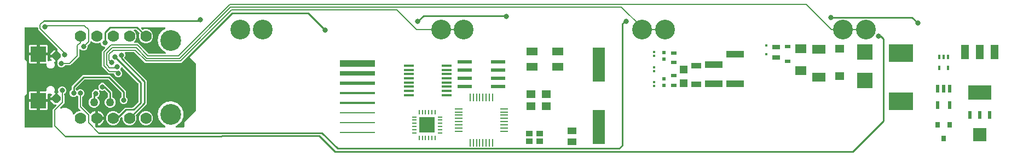
<source format=gbr>
G04 EAGLE Gerber RS-274X export*
G75*
%MOMM*%
%FSLAX34Y34*%
%LPD*%
%INBottom Copper*%
%IPPOS*%
%AMOC8*
5,1,8,0,0,1.08239X$1,22.5*%
G01*
%ADD10R,5.410200X1.041400*%
%ADD11R,5.410200X0.762000*%
%ADD12R,5.410200X0.609600*%
%ADD13R,5.410200X0.457200*%
%ADD14R,5.410200X0.304800*%
%ADD15R,5.410200X0.254000*%
%ADD16R,5.410200X0.203200*%
%ADD17R,5.410200X0.152400*%
%ADD18R,0.300000X0.300000*%
%ADD19R,0.600000X0.500000*%
%ADD20R,0.900000X0.600000*%
%ADD21R,1.300000X1.200000*%
%ADD22R,1.600000X0.900000*%
%ADD23R,2.800000X1.000000*%
%ADD24R,1.219200X2.235200*%
%ADD25R,3.600000X2.200000*%
%ADD26R,0.580000X1.200000*%
%ADD27R,2.000000X2.000000*%
%ADD28R,0.550000X1.200000*%
%ADD29R,0.800000X0.900000*%
%ADD30R,0.400000X0.750000*%
%ADD31R,1.800000X1.200000*%
%ADD32R,1.400000X1.200000*%
%ADD33R,1.050000X0.900000*%
%ADD34R,1.930400X5.334000*%
%ADD35R,1.400000X1.000000*%
%ADD36R,1.200000X0.800000*%
%ADD37R,0.350000X0.350000*%
%ADD38R,1.470000X1.270000*%
%ADD39R,2.400000X2.400000*%
%ADD40R,3.800000X2.800000*%
%ADD41R,2.100000X1.400000*%
%ADD42R,0.830000X0.630000*%
%ADD43R,1.800000X1.400000*%
%ADD44R,1.600000X0.350000*%
%ADD45R,2.209800X0.609600*%
%ADD46R,0.800000X0.250000*%
%ADD47R,0.250000X0.800000*%
%ADD48R,1.143000X0.254000*%
%ADD49R,0.254000X1.143000*%
%ADD50C,3.216000*%
%ADD51R,2.413000X2.413000*%
%ADD52P,1.415766X8X112.500000*%
%ADD53P,1.415766X8X292.500000*%
%ADD54C,1.270000*%
%ADD55C,1.778000*%
%ADD56C,0.800100*%
%ADD57C,0.806400*%
%ADD58C,0.254000*%
%ADD59C,0.203200*%
%ADD60C,3.048000*%

G36*
X45330Y49546D02*
X45330Y49546D01*
X45449Y49553D01*
X45487Y49566D01*
X45528Y49571D01*
X45638Y49614D01*
X45751Y49651D01*
X45786Y49673D01*
X45823Y49688D01*
X45919Y49758D01*
X46020Y49821D01*
X46048Y49851D01*
X46081Y49874D01*
X46157Y49966D01*
X46238Y50053D01*
X46258Y50088D01*
X46283Y50119D01*
X46334Y50227D01*
X46392Y50331D01*
X46402Y50371D01*
X46419Y50407D01*
X46441Y50524D01*
X46471Y50639D01*
X46475Y50700D01*
X46479Y50720D01*
X46477Y50740D01*
X46481Y50800D01*
X46481Y77463D01*
X48639Y79620D01*
X51771Y82753D01*
X51856Y82862D01*
X51945Y82969D01*
X51953Y82988D01*
X51966Y83004D01*
X52021Y83132D01*
X52080Y83257D01*
X52084Y83277D01*
X52092Y83296D01*
X52114Y83434D01*
X52140Y83570D01*
X52139Y83590D01*
X52142Y83610D01*
X52129Y83749D01*
X52120Y83887D01*
X52114Y83906D01*
X52112Y83926D01*
X52065Y84058D01*
X52022Y84189D01*
X52012Y84206D01*
X52005Y84226D01*
X51927Y84341D01*
X51852Y84458D01*
X51837Y84472D01*
X51826Y84489D01*
X51722Y84581D01*
X51621Y84676D01*
X51603Y84686D01*
X51588Y84699D01*
X51464Y84762D01*
X51342Y84830D01*
X51323Y84835D01*
X51304Y84844D01*
X51169Y84874D01*
X51034Y84909D01*
X51006Y84911D01*
X50994Y84914D01*
X50974Y84913D01*
X50873Y84919D01*
X48419Y84919D01*
X43099Y90239D01*
X43099Y92001D01*
X51450Y92001D01*
X51568Y92016D01*
X51687Y92023D01*
X51725Y92035D01*
X51765Y92041D01*
X51876Y92084D01*
X51989Y92121D01*
X52023Y92143D01*
X52061Y92158D01*
X52157Y92227D01*
X52258Y92291D01*
X52286Y92321D01*
X52318Y92344D01*
X52394Y92436D01*
X52476Y92523D01*
X52495Y92558D01*
X52521Y92589D01*
X52572Y92697D01*
X52629Y92801D01*
X52639Y92841D01*
X52657Y92877D01*
X52679Y92994D01*
X52709Y93109D01*
X52713Y93169D01*
X52716Y93189D01*
X52715Y93210D01*
X52719Y93270D01*
X52719Y93461D01*
X52910Y93461D01*
X53028Y93476D01*
X53147Y93483D01*
X53185Y93496D01*
X53226Y93501D01*
X53336Y93545D01*
X53449Y93581D01*
X53484Y93603D01*
X53521Y93618D01*
X53617Y93688D01*
X53718Y93751D01*
X53746Y93781D01*
X53779Y93805D01*
X53855Y93896D01*
X53936Y93983D01*
X53956Y94018D01*
X53981Y94050D01*
X54032Y94157D01*
X54090Y94262D01*
X54100Y94301D01*
X54117Y94337D01*
X54139Y94454D01*
X54169Y94570D01*
X54173Y94630D01*
X54177Y94650D01*
X54175Y94670D01*
X54179Y94730D01*
X54179Y103104D01*
X54193Y103107D01*
X54302Y103121D01*
X54349Y103139D01*
X54397Y103149D01*
X54496Y103197D01*
X54598Y103238D01*
X54638Y103267D01*
X54683Y103289D01*
X54767Y103360D01*
X54855Y103424D01*
X54887Y103463D01*
X54925Y103495D01*
X54988Y103585D01*
X55058Y103669D01*
X55079Y103714D01*
X55108Y103755D01*
X55147Y103858D01*
X55194Y103957D01*
X55203Y104006D01*
X55221Y104052D01*
X55233Y104162D01*
X55254Y104269D01*
X55250Y104319D01*
X55256Y104368D01*
X55241Y104477D01*
X55234Y104587D01*
X55219Y104634D01*
X55212Y104683D01*
X55160Y104836D01*
X54895Y105474D01*
X54895Y107886D01*
X55819Y110115D01*
X57525Y111821D01*
X59754Y112745D01*
X62166Y112745D01*
X64395Y111821D01*
X66101Y110115D01*
X67025Y107886D01*
X67025Y105474D01*
X66101Y103245D01*
X64380Y101524D01*
X64320Y101445D01*
X64252Y101373D01*
X64223Y101320D01*
X64186Y101272D01*
X64146Y101181D01*
X64098Y101095D01*
X64083Y101036D01*
X64059Y100981D01*
X64044Y100883D01*
X64019Y100787D01*
X64013Y100687D01*
X64009Y100666D01*
X64011Y100654D01*
X64009Y100626D01*
X64009Y100568D01*
X64021Y100470D01*
X64024Y100371D01*
X64041Y100313D01*
X64049Y100253D01*
X64085Y100160D01*
X64113Y100065D01*
X64143Y100013D01*
X64166Y99957D01*
X64224Y99877D01*
X64274Y99791D01*
X64340Y99716D01*
X64352Y99700D01*
X64362Y99692D01*
X64380Y99671D01*
X64817Y99234D01*
X64817Y87175D01*
X58302Y80660D01*
X58259Y80605D01*
X58209Y80557D01*
X58162Y80480D01*
X58107Y80409D01*
X58079Y80345D01*
X58043Y80285D01*
X58016Y80200D01*
X57980Y80117D01*
X57970Y80048D01*
X57949Y79981D01*
X57945Y79892D01*
X57931Y79803D01*
X57937Y79733D01*
X57934Y79664D01*
X57952Y79576D01*
X57960Y79486D01*
X57984Y79421D01*
X57998Y79352D01*
X58038Y79272D01*
X58068Y79187D01*
X58107Y79129D01*
X58138Y79067D01*
X58196Y78998D01*
X58247Y78924D01*
X58299Y78878D01*
X58344Y78825D01*
X58418Y78773D01*
X58485Y78713D01*
X58547Y78682D01*
X58604Y78642D01*
X58688Y78610D01*
X58768Y78569D01*
X58836Y78554D01*
X58902Y78529D01*
X58991Y78519D01*
X59079Y78499D01*
X59148Y78501D01*
X59218Y78494D01*
X59307Y78506D01*
X59396Y78509D01*
X59464Y78528D01*
X59533Y78538D01*
X59685Y78590D01*
X62077Y79581D01*
X67463Y79581D01*
X72440Y77519D01*
X76249Y73710D01*
X77619Y70402D01*
X77644Y70359D01*
X77661Y70312D01*
X77723Y70222D01*
X77777Y70126D01*
X77812Y70090D01*
X77839Y70049D01*
X77922Y69977D01*
X77998Y69898D01*
X78041Y69872D01*
X78078Y69839D01*
X78176Y69789D01*
X78269Y69731D01*
X78317Y69717D01*
X78361Y69694D01*
X78468Y69670D01*
X78573Y69638D01*
X78623Y69635D01*
X78671Y69625D01*
X78781Y69628D01*
X78891Y69623D01*
X78940Y69633D01*
X78989Y69634D01*
X79095Y69665D01*
X79202Y69687D01*
X79247Y69709D01*
X79295Y69723D01*
X79389Y69778D01*
X79488Y69827D01*
X79526Y69859D01*
X79569Y69884D01*
X79690Y69991D01*
X82713Y73014D01*
X86727Y74677D01*
X88127Y74677D01*
X88265Y74694D01*
X88404Y74707D01*
X88423Y74714D01*
X88443Y74717D01*
X88572Y74768D01*
X88703Y74815D01*
X88720Y74826D01*
X88739Y74834D01*
X88851Y74915D01*
X88966Y74993D01*
X88980Y75009D01*
X88996Y75020D01*
X89085Y75128D01*
X89177Y75232D01*
X89186Y75250D01*
X89199Y75265D01*
X89258Y75391D01*
X89321Y75515D01*
X89326Y75535D01*
X89334Y75553D01*
X89360Y75689D01*
X89391Y75825D01*
X89390Y75846D01*
X89394Y75865D01*
X89386Y76004D01*
X89381Y76143D01*
X89376Y76163D01*
X89374Y76183D01*
X89332Y76315D01*
X89293Y76449D01*
X89283Y76466D01*
X89276Y76485D01*
X89202Y76603D01*
X89131Y76723D01*
X89113Y76744D01*
X89106Y76754D01*
X89091Y76768D01*
X89025Y76843D01*
X85973Y79895D01*
X85973Y96450D01*
X85961Y96548D01*
X85958Y96647D01*
X85941Y96706D01*
X85933Y96766D01*
X85897Y96858D01*
X85869Y96953D01*
X85838Y97005D01*
X85816Y97061D01*
X85758Y97141D01*
X85708Y97227D01*
X85641Y97302D01*
X85629Y97319D01*
X85620Y97327D01*
X85601Y97348D01*
X84764Y98185D01*
X84670Y98258D01*
X84580Y98337D01*
X84544Y98355D01*
X84512Y98380D01*
X84403Y98428D01*
X84297Y98482D01*
X84258Y98491D01*
X84220Y98507D01*
X84103Y98525D01*
X83987Y98551D01*
X83946Y98550D01*
X83906Y98556D01*
X83788Y98545D01*
X83669Y98542D01*
X83630Y98530D01*
X83590Y98527D01*
X83478Y98486D01*
X83363Y98453D01*
X83329Y98433D01*
X83290Y98419D01*
X83192Y98352D01*
X83089Y98292D01*
X83044Y98252D01*
X83027Y98240D01*
X83014Y98225D01*
X82969Y98185D01*
X82158Y97374D01*
X79940Y96456D01*
X77540Y96456D01*
X75322Y97374D01*
X73625Y99071D01*
X72707Y101289D01*
X72707Y103689D01*
X73625Y105907D01*
X75066Y107347D01*
X75126Y107425D01*
X75194Y107497D01*
X75223Y107550D01*
X75260Y107598D01*
X75300Y107689D01*
X75348Y107776D01*
X75363Y107834D01*
X75387Y107890D01*
X75402Y107988D01*
X75427Y108084D01*
X75433Y108184D01*
X75437Y108204D01*
X75435Y108216D01*
X75437Y108244D01*
X75437Y113128D01*
X92612Y130303D01*
X134718Y130303D01*
X159513Y105508D01*
X159513Y97830D01*
X159525Y97732D01*
X159528Y97633D01*
X159545Y97575D01*
X159553Y97515D01*
X159589Y97423D01*
X159617Y97328D01*
X159647Y97275D01*
X159670Y97219D01*
X159728Y97139D01*
X159778Y97054D01*
X159844Y96978D01*
X159856Y96962D01*
X159866Y96954D01*
X159884Y96933D01*
X161325Y95493D01*
X162243Y93275D01*
X162243Y90875D01*
X161325Y88657D01*
X159628Y86960D01*
X157410Y86042D01*
X155010Y86042D01*
X152792Y86960D01*
X151095Y88657D01*
X150177Y90875D01*
X150177Y93275D01*
X151095Y95493D01*
X152536Y96933D01*
X152596Y97011D01*
X152664Y97083D01*
X152693Y97136D01*
X152730Y97184D01*
X152770Y97275D01*
X152818Y97362D01*
X152833Y97420D01*
X152857Y97476D01*
X152872Y97574D01*
X152897Y97670D01*
X152903Y97770D01*
X152907Y97790D01*
X152905Y97802D01*
X152907Y97830D01*
X152907Y102246D01*
X152895Y102344D01*
X152892Y102443D01*
X152875Y102502D01*
X152867Y102562D01*
X152831Y102654D01*
X152803Y102749D01*
X152773Y102801D01*
X152750Y102857D01*
X152692Y102937D01*
X152642Y103023D01*
X152576Y103098D01*
X152564Y103115D01*
X152554Y103123D01*
X152536Y103144D01*
X132354Y123326D01*
X132275Y123386D01*
X132203Y123454D01*
X132150Y123483D01*
X132102Y123520D01*
X132011Y123560D01*
X131925Y123608D01*
X131866Y123623D01*
X131811Y123647D01*
X131713Y123662D01*
X131617Y123687D01*
X131517Y123693D01*
X131496Y123697D01*
X131484Y123695D01*
X131456Y123697D01*
X95874Y123697D01*
X95776Y123685D01*
X95677Y123682D01*
X95618Y123665D01*
X95558Y123657D01*
X95466Y123621D01*
X95371Y123593D01*
X95319Y123563D01*
X95263Y123540D01*
X95183Y123482D01*
X95097Y123432D01*
X95022Y123366D01*
X95005Y123354D01*
X94997Y123344D01*
X94976Y123326D01*
X82414Y110764D01*
X82354Y110685D01*
X82286Y110613D01*
X82257Y110560D01*
X82220Y110512D01*
X82180Y110421D01*
X82132Y110335D01*
X82117Y110276D01*
X82093Y110221D01*
X82078Y110123D01*
X82053Y110027D01*
X82047Y109927D01*
X82043Y109906D01*
X82045Y109894D01*
X82043Y109866D01*
X82043Y108244D01*
X82055Y108146D01*
X82058Y108047D01*
X82075Y107989D01*
X82083Y107929D01*
X82119Y107837D01*
X82147Y107742D01*
X82177Y107689D01*
X82200Y107633D01*
X82258Y107553D01*
X82308Y107468D01*
X82374Y107392D01*
X82386Y107376D01*
X82396Y107368D01*
X82414Y107347D01*
X82954Y106808D01*
X83048Y106735D01*
X83137Y106656D01*
X83173Y106638D01*
X83205Y106613D01*
X83314Y106565D01*
X83420Y106511D01*
X83460Y106502D01*
X83497Y106486D01*
X83614Y106468D01*
X83730Y106442D01*
X83771Y106443D01*
X83811Y106437D01*
X83929Y106448D01*
X84048Y106451D01*
X84087Y106463D01*
X84127Y106466D01*
X84240Y106507D01*
X84354Y106540D01*
X84389Y106560D01*
X84427Y106574D01*
X84525Y106641D01*
X84628Y106701D01*
X84673Y106741D01*
X84690Y106753D01*
X84703Y106768D01*
X84749Y106808D01*
X85586Y107645D01*
X87815Y108569D01*
X90228Y108569D01*
X92457Y107645D01*
X94163Y105939D01*
X95086Y103710D01*
X95086Y101298D01*
X94163Y99069D01*
X92442Y97348D01*
X92382Y97269D01*
X92314Y97197D01*
X92284Y97144D01*
X92247Y97096D01*
X92208Y97005D01*
X92160Y96919D01*
X92145Y96860D01*
X92121Y96805D01*
X92105Y96707D01*
X92081Y96611D01*
X92074Y96511D01*
X92071Y96490D01*
X92072Y96478D01*
X92070Y96450D01*
X92070Y82947D01*
X92083Y82849D01*
X92086Y82750D01*
X92103Y82691D01*
X92110Y82631D01*
X92147Y82539D01*
X92174Y82444D01*
X92205Y82392D01*
X92227Y82336D01*
X92285Y82256D01*
X92336Y82170D01*
X92402Y82095D01*
X92414Y82078D01*
X92424Y82070D01*
X92442Y82049D01*
X103567Y70925D01*
X103614Y70888D01*
X103654Y70845D01*
X103739Y70791D01*
X103818Y70730D01*
X103873Y70706D01*
X103923Y70674D01*
X104018Y70643D01*
X104110Y70604D01*
X104169Y70594D01*
X104225Y70576D01*
X104325Y70570D01*
X104424Y70554D01*
X104483Y70559D01*
X104543Y70556D01*
X104641Y70574D01*
X104740Y70584D01*
X104797Y70604D01*
X104855Y70615D01*
X104945Y70657D01*
X105040Y70691D01*
X105089Y70725D01*
X105143Y70750D01*
X105220Y70814D01*
X105303Y70870D01*
X105342Y70915D01*
X105388Y70952D01*
X105491Y71076D01*
X105581Y71201D01*
X106853Y72473D01*
X108309Y73531D01*
X109912Y74347D01*
X111623Y74903D01*
X111801Y74931D01*
X111801Y64984D01*
X111816Y64866D01*
X111823Y64747D01*
X111835Y64709D01*
X111841Y64669D01*
X111884Y64558D01*
X111921Y64445D01*
X111943Y64411D01*
X111958Y64373D01*
X112027Y64277D01*
X112091Y64176D01*
X112121Y64148D01*
X112144Y64116D01*
X112236Y64040D01*
X112323Y63958D01*
X112358Y63939D01*
X112389Y63913D01*
X112497Y63862D01*
X112601Y63805D01*
X112641Y63795D01*
X112677Y63777D01*
X112784Y63757D01*
X112754Y63753D01*
X112644Y63709D01*
X112531Y63673D01*
X112496Y63651D01*
X112459Y63636D01*
X112362Y63566D01*
X112262Y63503D01*
X112234Y63473D01*
X112201Y63449D01*
X112125Y63358D01*
X112044Y63271D01*
X112024Y63236D01*
X111999Y63204D01*
X111948Y63097D01*
X111890Y62992D01*
X111880Y62953D01*
X111863Y62917D01*
X111841Y62800D01*
X111811Y62684D01*
X111807Y62624D01*
X111803Y62604D01*
X111805Y62584D01*
X111801Y62524D01*
X111801Y51787D01*
X111813Y51688D01*
X111816Y51589D01*
X111833Y51531D01*
X111841Y51471D01*
X111877Y51379D01*
X111905Y51284D01*
X111935Y51232D01*
X111958Y51175D01*
X112016Y51095D01*
X112066Y51010D01*
X112132Y50935D01*
X112144Y50918D01*
X112154Y50910D01*
X112172Y50889D01*
X113159Y49903D01*
X113237Y49842D01*
X113309Y49774D01*
X113362Y49745D01*
X113410Y49708D01*
X113501Y49668D01*
X113588Y49620D01*
X113646Y49605D01*
X113702Y49581D01*
X113800Y49566D01*
X113896Y49541D01*
X113996Y49535D01*
X114016Y49531D01*
X114029Y49533D01*
X114057Y49531D01*
X219672Y49531D01*
X219817Y49549D01*
X219962Y49564D01*
X219974Y49569D01*
X219988Y49571D01*
X220123Y49624D01*
X220260Y49675D01*
X220271Y49683D01*
X220283Y49688D01*
X220401Y49773D01*
X220521Y49856D01*
X220530Y49867D01*
X220541Y49874D01*
X220634Y49987D01*
X220729Y50097D01*
X220735Y50109D01*
X220744Y50119D01*
X220805Y50251D01*
X220871Y50382D01*
X220873Y50395D01*
X220879Y50407D01*
X220906Y50549D01*
X220937Y50693D01*
X220936Y50706D01*
X220939Y50720D01*
X220930Y50864D01*
X220924Y51010D01*
X220920Y51023D01*
X220919Y51037D01*
X220874Y51175D01*
X220832Y51315D01*
X220825Y51327D01*
X220821Y51339D01*
X220743Y51462D01*
X220668Y51587D01*
X220658Y51597D01*
X220651Y51608D01*
X220545Y51708D01*
X220441Y51810D01*
X220426Y51820D01*
X220419Y51826D01*
X220404Y51834D01*
X220307Y51899D01*
X215129Y54889D01*
X210208Y61661D01*
X208468Y69850D01*
X210208Y78039D01*
X215129Y84811D01*
X222379Y88997D01*
X230704Y89872D01*
X238666Y87285D01*
X244887Y81684D01*
X248292Y74036D01*
X248292Y65664D01*
X244887Y58016D01*
X238666Y52415D01*
X237411Y52007D01*
X237303Y51956D01*
X237192Y51912D01*
X237160Y51889D01*
X237124Y51872D01*
X237032Y51796D01*
X236935Y51726D01*
X236909Y51695D01*
X236879Y51669D01*
X236809Y51573D01*
X236732Y51481D01*
X236715Y51444D01*
X236692Y51412D01*
X236648Y51301D01*
X236597Y51193D01*
X236589Y51153D01*
X236574Y51116D01*
X236559Y50998D01*
X236537Y50881D01*
X236539Y50841D01*
X236534Y50801D01*
X236549Y50682D01*
X236557Y50563D01*
X236569Y50525D01*
X236574Y50485D01*
X236618Y50374D01*
X236655Y50261D01*
X236676Y50227D01*
X236691Y50189D01*
X236761Y50093D01*
X236825Y49992D01*
X236854Y49964D01*
X236878Y49932D01*
X236969Y49856D01*
X237056Y49774D01*
X237092Y49755D01*
X237122Y49729D01*
X237230Y49678D01*
X237335Y49620D01*
X237374Y49610D01*
X237410Y49593D01*
X237528Y49571D01*
X237643Y49541D01*
X237702Y49537D01*
X237722Y49533D01*
X237743Y49535D01*
X237804Y49531D01*
X248920Y49531D01*
X249038Y49546D01*
X249157Y49553D01*
X249195Y49566D01*
X249236Y49571D01*
X249346Y49614D01*
X249459Y49651D01*
X249494Y49673D01*
X249531Y49688D01*
X249627Y49758D01*
X249728Y49821D01*
X249756Y49851D01*
X249789Y49874D01*
X249865Y49966D01*
X249946Y50053D01*
X249966Y50088D01*
X249991Y50119D01*
X250042Y50227D01*
X250100Y50331D01*
X250110Y50371D01*
X250127Y50407D01*
X250149Y50524D01*
X250179Y50639D01*
X250183Y50700D01*
X250187Y50720D01*
X250185Y50740D01*
X250189Y50800D01*
X250189Y57894D01*
X267598Y75303D01*
X267658Y75381D01*
X267726Y75453D01*
X267751Y75498D01*
X267756Y75504D01*
X267760Y75512D01*
X267792Y75554D01*
X267832Y75645D01*
X267880Y75731D01*
X267895Y75790D01*
X267919Y75846D01*
X267934Y75944D01*
X267959Y76039D01*
X267965Y76139D01*
X267969Y76160D01*
X267967Y76172D01*
X267969Y76200D01*
X267969Y147320D01*
X267957Y147418D01*
X267954Y147517D01*
X267937Y147575D01*
X267929Y147636D01*
X267893Y147728D01*
X267865Y147823D01*
X267835Y147875D01*
X267812Y147931D01*
X267754Y148011D01*
X267704Y148097D01*
X267638Y148172D01*
X267626Y148189D01*
X267616Y148196D01*
X267598Y148218D01*
X256713Y159102D01*
X256619Y159175D01*
X256530Y159254D01*
X256494Y159272D01*
X256462Y159297D01*
X256352Y159344D01*
X256247Y159398D01*
X256207Y159407D01*
X256170Y159423D01*
X256052Y159442D01*
X255936Y159468D01*
X255896Y159467D01*
X255856Y159473D01*
X255737Y159462D01*
X255618Y159458D01*
X255580Y159447D01*
X255539Y159443D01*
X255427Y159403D01*
X255313Y159370D01*
X255278Y159349D01*
X255240Y159336D01*
X255141Y159269D01*
X255039Y159208D01*
X254994Y159169D01*
X254977Y159157D01*
X254963Y159142D01*
X254918Y159102D01*
X245168Y149351D01*
X189237Y149351D01*
X173035Y165553D01*
X172957Y165614D01*
X172885Y165682D01*
X172832Y165711D01*
X172784Y165748D01*
X172693Y165787D01*
X172607Y165835D01*
X172548Y165850D01*
X172492Y165874D01*
X172394Y165890D01*
X172299Y165915D01*
X172199Y165921D01*
X172178Y165924D01*
X172166Y165923D01*
X172138Y165925D01*
X158910Y165925D01*
X158861Y165919D01*
X158811Y165921D01*
X158704Y165899D01*
X158595Y165885D01*
X158548Y165867D01*
X158500Y165857D01*
X158401Y165808D01*
X158299Y165768D01*
X158259Y165739D01*
X158214Y165717D01*
X158130Y165646D01*
X158042Y165581D01*
X158010Y165543D01*
X157972Y165511D01*
X157909Y165421D01*
X157839Y165336D01*
X157818Y165291D01*
X157789Y165250D01*
X157750Y165148D01*
X157703Y165048D01*
X157694Y165000D01*
X157676Y164953D01*
X157664Y164844D01*
X157643Y164736D01*
X157646Y164687D01*
X157641Y164637D01*
X157656Y164528D01*
X157663Y164419D01*
X157678Y164371D01*
X157685Y164322D01*
X157737Y164170D01*
X158433Y162490D01*
X158433Y160090D01*
X157424Y157654D01*
X157380Y157568D01*
X157371Y157529D01*
X157356Y157492D01*
X157337Y157374D01*
X157311Y157257D01*
X157312Y157218D01*
X157305Y157178D01*
X157317Y157059D01*
X157320Y156940D01*
X157331Y156901D01*
X157335Y156862D01*
X157375Y156749D01*
X157409Y156634D01*
X157429Y156600D01*
X157442Y156562D01*
X157509Y156463D01*
X157570Y156360D01*
X157609Y156316D01*
X157621Y156299D01*
X157636Y156285D01*
X157677Y156239D01*
X191898Y122018D01*
X191898Y85881D01*
X175428Y69411D01*
X175409Y69388D01*
X175387Y69368D01*
X175312Y69262D01*
X175233Y69160D01*
X175221Y69133D01*
X175204Y69108D01*
X175158Y68987D01*
X175106Y68868D01*
X175102Y68839D01*
X175091Y68811D01*
X175077Y68682D01*
X175056Y68554D01*
X175059Y68524D01*
X175056Y68495D01*
X175074Y68367D01*
X175086Y68237D01*
X175096Y68209D01*
X175100Y68180D01*
X175152Y68028D01*
X176023Y65927D01*
X176023Y61581D01*
X174360Y57567D01*
X171287Y54494D01*
X167273Y52831D01*
X162927Y52831D01*
X158913Y54494D01*
X155840Y57567D01*
X154177Y61581D01*
X154177Y64146D01*
X154160Y64284D01*
X154147Y64423D01*
X154140Y64442D01*
X154137Y64462D01*
X154086Y64591D01*
X154039Y64722D01*
X154028Y64739D01*
X154020Y64757D01*
X153939Y64870D01*
X153861Y64985D01*
X153845Y64998D01*
X153834Y65015D01*
X153726Y65104D01*
X153622Y65196D01*
X153604Y65205D01*
X153589Y65218D01*
X153463Y65277D01*
X153339Y65340D01*
X153319Y65345D01*
X153301Y65353D01*
X153164Y65379D01*
X153029Y65410D01*
X153008Y65409D01*
X152989Y65413D01*
X152850Y65404D01*
X152711Y65400D01*
X152691Y65394D01*
X152671Y65393D01*
X152539Y65350D01*
X152405Y65312D01*
X152388Y65301D01*
X152369Y65295D01*
X152251Y65221D01*
X152131Y65150D01*
X152110Y65132D01*
X152100Y65125D01*
X152086Y65110D01*
X152011Y65044D01*
X150994Y64028D01*
X150934Y63950D01*
X150866Y63877D01*
X150837Y63824D01*
X150800Y63776D01*
X150760Y63686D01*
X150712Y63599D01*
X150697Y63540D01*
X150673Y63485D01*
X150658Y63387D01*
X150633Y63291D01*
X150627Y63191D01*
X150623Y63170D01*
X150625Y63158D01*
X150623Y63130D01*
X150623Y61581D01*
X148960Y57567D01*
X145887Y54494D01*
X141873Y52831D01*
X137527Y52831D01*
X133513Y54494D01*
X130440Y57567D01*
X128777Y61581D01*
X128777Y65927D01*
X130440Y69941D01*
X133513Y73014D01*
X137527Y74677D01*
X141873Y74677D01*
X145887Y73014D01*
X147366Y71535D01*
X147460Y71462D01*
X147549Y71384D01*
X147585Y71365D01*
X147617Y71340D01*
X147726Y71293D01*
X147832Y71239D01*
X147872Y71230D01*
X147909Y71214D01*
X148027Y71195D01*
X148142Y71169D01*
X148183Y71171D01*
X148223Y71164D01*
X148341Y71175D01*
X148460Y71179D01*
X148499Y71190D01*
X148539Y71194D01*
X148652Y71234D01*
X148766Y71267D01*
X148801Y71288D01*
X148839Y71302D01*
X148937Y71369D01*
X149040Y71429D01*
X149085Y71469D01*
X149102Y71480D01*
X149115Y71496D01*
X149161Y71535D01*
X157890Y80265D01*
X169948Y80265D01*
X170046Y80277D01*
X170145Y80280D01*
X170204Y80297D01*
X170264Y80305D01*
X170356Y80341D01*
X170451Y80369D01*
X170503Y80399D01*
X170559Y80422D01*
X170640Y80480D01*
X170725Y80530D01*
X170800Y80596D01*
X170817Y80608D01*
X170825Y80618D01*
X170846Y80636D01*
X178571Y88361D01*
X178631Y88440D01*
X178699Y88512D01*
X178728Y88565D01*
X178765Y88613D01*
X178805Y88704D01*
X178853Y88790D01*
X178868Y88849D01*
X178892Y88904D01*
X178907Y89002D01*
X178932Y89098D01*
X178938Y89198D01*
X178942Y89219D01*
X178940Y89231D01*
X178942Y89259D01*
X178942Y116851D01*
X178930Y116949D01*
X178927Y117048D01*
X178910Y117107D01*
X178902Y117167D01*
X178866Y117259D01*
X178838Y117354D01*
X178808Y117406D01*
X178785Y117462D01*
X178727Y117542D01*
X178677Y117628D01*
X178611Y117703D01*
X178599Y117720D01*
X178589Y117728D01*
X178571Y117749D01*
X154300Y142019D01*
X154261Y142049D01*
X154228Y142086D01*
X154136Y142146D01*
X154049Y142214D01*
X154004Y142233D01*
X153962Y142261D01*
X153858Y142296D01*
X153757Y142340D01*
X153708Y142348D01*
X153661Y142364D01*
X153552Y142373D01*
X153443Y142390D01*
X153394Y142385D01*
X153344Y142389D01*
X153236Y142370D01*
X153127Y142360D01*
X153080Y142343D01*
X153031Y142335D01*
X152931Y142290D01*
X152827Y142252D01*
X152786Y142225D01*
X152741Y142204D01*
X152655Y142136D01*
X152564Y142074D01*
X152531Y142037D01*
X152493Y142006D01*
X152426Y141918D01*
X152354Y141835D01*
X152331Y141791D01*
X152301Y141752D01*
X152230Y141607D01*
X151477Y139789D01*
X151291Y139603D01*
X151218Y139509D01*
X151140Y139420D01*
X151121Y139384D01*
X151096Y139352D01*
X151049Y139242D01*
X150995Y139137D01*
X150986Y139097D01*
X150970Y139060D01*
X150951Y138942D01*
X150925Y138826D01*
X150927Y138786D01*
X150920Y138746D01*
X150931Y138627D01*
X150935Y138508D01*
X150946Y138470D01*
X150950Y138429D01*
X150990Y138317D01*
X151023Y138203D01*
X151044Y138168D01*
X151058Y138130D01*
X151125Y138031D01*
X151185Y137929D01*
X151225Y137884D01*
X151236Y137867D01*
X151251Y137853D01*
X151291Y137808D01*
X152535Y136564D01*
X153459Y134335D01*
X153459Y131922D01*
X152535Y129693D01*
X150829Y127987D01*
X148600Y127064D01*
X146188Y127064D01*
X143959Y127987D01*
X142253Y129693D01*
X141313Y131961D01*
X141307Y132064D01*
X141294Y132102D01*
X141289Y132142D01*
X141246Y132253D01*
X141209Y132366D01*
X141187Y132400D01*
X141172Y132438D01*
X141103Y132534D01*
X141039Y132635D01*
X141009Y132663D01*
X140986Y132695D01*
X140894Y132771D01*
X140807Y132853D01*
X140772Y132872D01*
X140741Y132898D01*
X140633Y132949D01*
X140529Y133006D01*
X140489Y133016D01*
X140453Y133034D01*
X140336Y133056D01*
X140221Y133086D01*
X140161Y133090D01*
X140141Y133093D01*
X140120Y133092D01*
X140060Y133096D01*
X133346Y133096D01*
X122459Y143983D01*
X122459Y167476D01*
X124617Y169633D01*
X127124Y172140D01*
X127209Y172250D01*
X127298Y172357D01*
X127306Y172375D01*
X127319Y172391D01*
X127374Y172519D01*
X127433Y172645D01*
X127437Y172664D01*
X127445Y172683D01*
X127467Y172821D01*
X127493Y172957D01*
X127492Y172977D01*
X127495Y172997D01*
X127482Y173136D01*
X127473Y173274D01*
X127467Y173294D01*
X127465Y173314D01*
X127418Y173445D01*
X127375Y173577D01*
X127364Y173594D01*
X127357Y173613D01*
X127279Y173728D01*
X127205Y173846D01*
X127190Y173860D01*
X127179Y173876D01*
X127075Y173968D01*
X126973Y174064D01*
X126956Y174073D01*
X126940Y174087D01*
X126816Y174150D01*
X126695Y174217D01*
X126675Y174222D01*
X126657Y174231D01*
X126521Y174262D01*
X126387Y174297D01*
X126359Y174298D01*
X126347Y174301D01*
X126326Y174300D01*
X126226Y174307D01*
X125800Y174307D01*
X123582Y175225D01*
X121885Y176922D01*
X120967Y179140D01*
X120967Y179539D01*
X120961Y179589D01*
X120963Y179638D01*
X120941Y179746D01*
X120927Y179855D01*
X120909Y179901D01*
X120899Y179950D01*
X120850Y180048D01*
X120810Y180150D01*
X120781Y180191D01*
X120759Y180235D01*
X120688Y180319D01*
X120623Y180408D01*
X120585Y180440D01*
X120553Y180477D01*
X120463Y180540D01*
X120378Y180611D01*
X120333Y180632D01*
X120292Y180660D01*
X120190Y180699D01*
X120090Y180746D01*
X120042Y180755D01*
X119995Y180773D01*
X119886Y180785D01*
X119778Y180806D01*
X119729Y180803D01*
X119679Y180808D01*
X119570Y180793D01*
X119461Y180786D01*
X119413Y180771D01*
X119364Y180764D01*
X119212Y180712D01*
X116473Y179577D01*
X112127Y179577D01*
X108113Y181240D01*
X106815Y182537D01*
X106706Y182623D01*
X106599Y182711D01*
X106580Y182720D01*
X106564Y182732D01*
X106437Y182788D01*
X106311Y182847D01*
X106291Y182851D01*
X106272Y182859D01*
X106134Y182881D01*
X105998Y182907D01*
X105978Y182905D01*
X105958Y182909D01*
X105819Y182896D01*
X105681Y182887D01*
X105662Y182881D01*
X105642Y182879D01*
X105510Y182832D01*
X105379Y182789D01*
X105361Y182778D01*
X105342Y182771D01*
X105227Y182693D01*
X105110Y182619D01*
X105096Y182604D01*
X105079Y182593D01*
X104987Y182488D01*
X104892Y182387D01*
X104882Y182369D01*
X104869Y182354D01*
X104805Y182230D01*
X104738Y182109D01*
X104733Y182089D01*
X104724Y182071D01*
X104694Y181935D01*
X104659Y181801D01*
X104657Y181773D01*
X104654Y181761D01*
X104655Y181740D01*
X104649Y181640D01*
X104649Y180982D01*
X100385Y176718D01*
X100324Y176640D01*
X100256Y176568D01*
X100227Y176515D01*
X100190Y176467D01*
X100151Y176376D01*
X100103Y176290D01*
X100088Y176231D01*
X100064Y176175D01*
X100048Y176077D01*
X100023Y175982D01*
X100017Y175882D01*
X100014Y175861D01*
X100015Y175849D01*
X100013Y175821D01*
X100013Y173425D01*
X99095Y171207D01*
X97398Y169510D01*
X95180Y168592D01*
X92780Y168592D01*
X90562Y169510D01*
X89607Y170466D01*
X89498Y170551D01*
X89390Y170640D01*
X89372Y170648D01*
X89356Y170661D01*
X89228Y170716D01*
X89102Y170775D01*
X89083Y170779D01*
X89064Y170787D01*
X88926Y170809D01*
X88790Y170835D01*
X88770Y170834D01*
X88750Y170837D01*
X88611Y170824D01*
X88473Y170815D01*
X88453Y170809D01*
X88433Y170807D01*
X88302Y170760D01*
X88170Y170717D01*
X88153Y170706D01*
X88134Y170699D01*
X88019Y170621D01*
X87901Y170547D01*
X87887Y170532D01*
X87871Y170521D01*
X87779Y170417D01*
X87683Y170315D01*
X87674Y170298D01*
X87660Y170282D01*
X87597Y170159D01*
X87530Y170037D01*
X87525Y170017D01*
X87516Y169999D01*
X87485Y169863D01*
X87450Y169729D01*
X87449Y169701D01*
X87446Y169689D01*
X87447Y169668D01*
X87440Y169568D01*
X87440Y159329D01*
X85283Y157171D01*
X75810Y147699D01*
X73653Y145541D01*
X65744Y145541D01*
X65646Y145529D01*
X65547Y145526D01*
X65488Y145509D01*
X65428Y145501D01*
X65336Y145465D01*
X65241Y145437D01*
X65189Y145407D01*
X65133Y145384D01*
X65053Y145326D01*
X64967Y145276D01*
X64892Y145210D01*
X64875Y145198D01*
X64868Y145188D01*
X64846Y145170D01*
X63125Y143449D01*
X60896Y142525D01*
X58484Y142525D01*
X56255Y143449D01*
X54549Y145155D01*
X53625Y147384D01*
X53625Y149796D01*
X54083Y150901D01*
X54085Y150910D01*
X54090Y150918D01*
X54127Y151063D01*
X54167Y151207D01*
X54167Y151217D01*
X54169Y151226D01*
X54179Y151386D01*
X54179Y159270D01*
X54164Y159388D01*
X54157Y159507D01*
X54144Y159545D01*
X54139Y159585D01*
X54096Y159696D01*
X54059Y159809D01*
X54037Y159843D01*
X54022Y159881D01*
X53953Y159977D01*
X53942Y159994D01*
X53956Y160018D01*
X53981Y160050D01*
X54032Y160157D01*
X54090Y160262D01*
X54100Y160301D01*
X54117Y160337D01*
X54139Y160454D01*
X54169Y160570D01*
X54173Y160630D01*
X54177Y160650D01*
X54175Y160670D01*
X54179Y160730D01*
X54179Y170283D01*
X54167Y170381D01*
X54164Y170481D01*
X54147Y170539D01*
X54139Y170599D01*
X54103Y170691D01*
X54075Y170786D01*
X54045Y170838D01*
X54022Y170895D01*
X53964Y170975D01*
X53914Y171060D01*
X53848Y171135D01*
X53836Y171152D01*
X53826Y171160D01*
X53808Y171181D01*
X23812Y201177D01*
X23812Y203200D01*
X23797Y203318D01*
X23789Y203437D01*
X23777Y203475D01*
X23772Y203516D01*
X23728Y203626D01*
X23691Y203739D01*
X23670Y203774D01*
X23655Y203811D01*
X23585Y203907D01*
X23521Y204008D01*
X23492Y204036D01*
X23468Y204069D01*
X23376Y204145D01*
X23290Y204226D01*
X23254Y204246D01*
X23223Y204271D01*
X23115Y204322D01*
X23011Y204380D01*
X22972Y204390D01*
X22935Y204407D01*
X22819Y204429D01*
X22703Y204459D01*
X22643Y204463D01*
X22623Y204467D01*
X22603Y204465D01*
X22543Y204469D01*
X3810Y204469D01*
X3692Y204454D01*
X3573Y204447D01*
X3535Y204434D01*
X3494Y204429D01*
X3384Y204386D01*
X3271Y204349D01*
X3236Y204327D01*
X3199Y204312D01*
X3103Y204243D01*
X3002Y204179D01*
X2974Y204149D01*
X2941Y204126D01*
X2865Y204034D01*
X2784Y203947D01*
X2764Y203912D01*
X2739Y203881D01*
X2688Y203773D01*
X2630Y203669D01*
X2620Y203629D01*
X2603Y203593D01*
X2581Y203476D01*
X2551Y203361D01*
X2547Y203301D01*
X2543Y203281D01*
X2545Y203260D01*
X2541Y203200D01*
X2541Y156518D01*
X2553Y156420D01*
X2556Y156321D01*
X2573Y156263D01*
X2581Y156203D01*
X2617Y156111D01*
X2645Y156015D01*
X2675Y155963D01*
X2698Y155907D01*
X2756Y155827D01*
X2806Y155742D01*
X2872Y155666D01*
X2884Y155650D01*
X2894Y155642D01*
X2912Y155621D01*
X6351Y152182D01*
X6351Y101818D01*
X4491Y99958D01*
X2912Y98379D01*
X2852Y98301D01*
X2784Y98229D01*
X2755Y98176D01*
X2718Y98128D01*
X2678Y98037D01*
X2630Y97950D01*
X2615Y97892D01*
X2591Y97836D01*
X2576Y97738D01*
X2551Y97643D01*
X2545Y97542D01*
X2541Y97522D01*
X2543Y97510D01*
X2541Y97482D01*
X2541Y50800D01*
X2556Y50682D01*
X2563Y50563D01*
X2576Y50525D01*
X2581Y50484D01*
X2624Y50374D01*
X2661Y50261D01*
X2683Y50226D01*
X2698Y50189D01*
X2767Y50093D01*
X2831Y49992D01*
X2861Y49964D01*
X2884Y49931D01*
X2976Y49856D01*
X3063Y49774D01*
X3098Y49754D01*
X3129Y49729D01*
X3237Y49678D01*
X3341Y49620D01*
X3381Y49610D01*
X3417Y49593D01*
X3534Y49571D01*
X3649Y49541D01*
X3709Y49537D01*
X3729Y49533D01*
X3750Y49535D01*
X3810Y49531D01*
X45212Y49531D01*
X45330Y49546D01*
G37*
G36*
X220257Y163595D02*
X220257Y163595D01*
X220402Y163610D01*
X220414Y163615D01*
X220428Y163617D01*
X220563Y163670D01*
X220700Y163721D01*
X220711Y163729D01*
X220723Y163734D01*
X220841Y163819D01*
X220961Y163902D01*
X220970Y163912D01*
X220981Y163920D01*
X221074Y164033D01*
X221169Y164143D01*
X221175Y164155D01*
X221184Y164165D01*
X221245Y164296D01*
X221311Y164428D01*
X221313Y164441D01*
X221319Y164453D01*
X221346Y164595D01*
X221377Y164739D01*
X221376Y164752D01*
X221379Y164765D01*
X221370Y164910D01*
X221364Y165056D01*
X221360Y165069D01*
X221359Y165083D01*
X221314Y165221D01*
X221272Y165361D01*
X221265Y165373D01*
X221261Y165385D01*
X221183Y165509D01*
X221108Y165633D01*
X221098Y165643D01*
X221091Y165654D01*
X220984Y165754D01*
X220881Y165856D01*
X220865Y165866D01*
X220859Y165872D01*
X220844Y165880D01*
X220747Y165945D01*
X215129Y169189D01*
X210208Y175961D01*
X208468Y184150D01*
X210208Y192339D01*
X215129Y199111D01*
X220307Y202101D01*
X220423Y202189D01*
X220541Y202274D01*
X220549Y202285D01*
X220560Y202293D01*
X220651Y202407D01*
X220744Y202519D01*
X220749Y202532D01*
X220758Y202542D01*
X220817Y202676D01*
X220879Y202807D01*
X220882Y202820D01*
X220887Y202833D01*
X220912Y202977D01*
X220939Y203120D01*
X220938Y203133D01*
X220940Y203146D01*
X220928Y203292D01*
X220919Y203437D01*
X220915Y203450D01*
X220914Y203463D01*
X220866Y203601D01*
X220821Y203739D01*
X220814Y203751D01*
X220809Y203764D01*
X220729Y203885D01*
X220651Y204008D01*
X220641Y204017D01*
X220634Y204029D01*
X220525Y204126D01*
X220419Y204226D01*
X220407Y204233D01*
X220397Y204242D01*
X220269Y204309D01*
X220141Y204380D01*
X220128Y204383D01*
X220116Y204389D01*
X219974Y204423D01*
X219833Y204459D01*
X219815Y204460D01*
X219806Y204462D01*
X219789Y204462D01*
X219672Y204469D01*
X184266Y204469D01*
X184128Y204452D01*
X183989Y204439D01*
X183970Y204432D01*
X183950Y204429D01*
X183821Y204378D01*
X183690Y204331D01*
X183673Y204320D01*
X183655Y204312D01*
X183542Y204231D01*
X183427Y204153D01*
X183414Y204137D01*
X183397Y204126D01*
X183309Y204019D01*
X183217Y203914D01*
X183207Y203896D01*
X183194Y203881D01*
X183135Y203755D01*
X183072Y203631D01*
X183067Y203611D01*
X183059Y203593D01*
X183033Y203457D01*
X183002Y203321D01*
X183003Y203300D01*
X182999Y203281D01*
X183008Y203142D01*
X183012Y203003D01*
X183018Y202983D01*
X183019Y202963D01*
X183062Y202831D01*
X183100Y202697D01*
X183111Y202680D01*
X183117Y202661D01*
X183191Y202543D01*
X183262Y202423D01*
X183280Y202402D01*
X183287Y202392D01*
X183302Y202378D01*
X183368Y202303D01*
X184843Y200828D01*
X184867Y200809D01*
X184886Y200787D01*
X184992Y200712D01*
X185094Y200633D01*
X185121Y200621D01*
X185146Y200604D01*
X185267Y200558D01*
X185386Y200506D01*
X185415Y200502D01*
X185443Y200491D01*
X185572Y200477D01*
X185700Y200456D01*
X185730Y200459D01*
X185759Y200456D01*
X185888Y200474D01*
X186017Y200486D01*
X186045Y200496D01*
X186074Y200500D01*
X186226Y200552D01*
X188327Y201423D01*
X192673Y201423D01*
X196687Y199760D01*
X199760Y196687D01*
X201423Y192673D01*
X201423Y188327D01*
X199760Y184313D01*
X196687Y181240D01*
X192673Y179577D01*
X188327Y179577D01*
X184313Y181240D01*
X181240Y184313D01*
X179577Y188327D01*
X179577Y192673D01*
X180448Y194774D01*
X180455Y194802D01*
X180469Y194828D01*
X180497Y194955D01*
X180531Y195080D01*
X180532Y195110D01*
X180538Y195139D01*
X180534Y195268D01*
X180537Y195398D01*
X180530Y195427D01*
X180529Y195457D01*
X180493Y195581D01*
X180462Y195708D01*
X180449Y195734D01*
X180440Y195762D01*
X180375Y195874D01*
X180314Y195989D01*
X180294Y196011D01*
X180279Y196036D01*
X180172Y196157D01*
X175534Y200796D01*
X175455Y200856D01*
X175383Y200924D01*
X175330Y200953D01*
X175282Y200990D01*
X175191Y201030D01*
X175105Y201078D01*
X175046Y201093D01*
X174991Y201117D01*
X174893Y201132D01*
X174797Y201157D01*
X174697Y201163D01*
X174676Y201167D01*
X174664Y201165D01*
X174636Y201167D01*
X172944Y201167D01*
X172807Y201150D01*
X172668Y201137D01*
X172649Y201130D01*
X172628Y201127D01*
X172500Y201076D01*
X172368Y201029D01*
X172352Y201018D01*
X172333Y201010D01*
X172220Y200929D01*
X172105Y200851D01*
X172092Y200835D01*
X172075Y200824D01*
X171987Y200716D01*
X171895Y200612D01*
X171886Y200594D01*
X171873Y200579D01*
X171813Y200453D01*
X171750Y200329D01*
X171746Y200309D01*
X171737Y200291D01*
X171711Y200155D01*
X171681Y200019D01*
X171681Y199998D01*
X171677Y199979D01*
X171686Y199840D01*
X171690Y199701D01*
X171696Y199681D01*
X171697Y199661D01*
X171740Y199529D01*
X171779Y199395D01*
X171789Y199378D01*
X171795Y199359D01*
X171870Y199241D01*
X171940Y199121D01*
X171959Y199100D01*
X171965Y199090D01*
X171980Y199076D01*
X172047Y199001D01*
X174360Y196687D01*
X176023Y192673D01*
X176023Y188327D01*
X174360Y184313D01*
X172460Y182413D01*
X172375Y182303D01*
X172286Y182196D01*
X172277Y182178D01*
X172265Y182162D01*
X172210Y182034D01*
X172150Y181908D01*
X172147Y181888D01*
X172139Y181870D01*
X172117Y181732D01*
X172091Y181596D01*
X172092Y181576D01*
X172089Y181556D01*
X172102Y181417D01*
X172110Y181278D01*
X172117Y181259D01*
X172119Y181239D01*
X172166Y181108D01*
X172208Y180976D01*
X172219Y180959D01*
X172226Y180940D01*
X172304Y180825D01*
X172379Y180707D01*
X172393Y180693D01*
X172405Y180677D01*
X172509Y180585D01*
X172610Y180489D01*
X172628Y180480D01*
X172643Y180466D01*
X172767Y180403D01*
X172889Y180336D01*
X172908Y180331D01*
X172926Y180322D01*
X173062Y180291D01*
X173197Y180256D01*
X173225Y180255D01*
X173237Y180252D01*
X173257Y180252D01*
X173357Y180246D01*
X178460Y180246D01*
X194758Y163948D01*
X194836Y163888D01*
X194908Y163820D01*
X194961Y163791D01*
X195009Y163754D01*
X195100Y163714D01*
X195187Y163666D01*
X195245Y163651D01*
X195301Y163627D01*
X195399Y163612D01*
X195495Y163587D01*
X195595Y163581D01*
X195615Y163577D01*
X195627Y163579D01*
X195655Y163577D01*
X220112Y163577D01*
X220257Y163595D01*
G37*
%LPC*%
G36*
X108569Y79882D02*
X108569Y79882D01*
X105488Y81158D01*
X103129Y83517D01*
X101853Y86598D01*
X101853Y89932D01*
X103129Y93013D01*
X105488Y95372D01*
X106150Y95646D01*
X106175Y95660D01*
X106203Y95670D01*
X106313Y95739D01*
X106426Y95803D01*
X106447Y95824D01*
X106472Y95840D01*
X106561Y95935D01*
X106654Y96025D01*
X106670Y96050D01*
X106690Y96071D01*
X106753Y96185D01*
X106821Y96296D01*
X106829Y96324D01*
X106844Y96350D01*
X106876Y96476D01*
X106914Y96600D01*
X106916Y96629D01*
X106923Y96658D01*
X106933Y96818D01*
X106933Y102284D01*
X106946Y102314D01*
X106962Y102412D01*
X106987Y102508D01*
X106993Y102608D01*
X106996Y102628D01*
X106995Y102640D01*
X106997Y102668D01*
X106997Y103435D01*
X107915Y105653D01*
X109612Y107350D01*
X111830Y108268D01*
X114230Y108268D01*
X116395Y107371D01*
X116530Y107335D01*
X116662Y107294D01*
X116682Y107293D01*
X116702Y107287D01*
X116841Y107285D01*
X116980Y107279D01*
X117000Y107283D01*
X117020Y107282D01*
X117156Y107315D01*
X117291Y107343D01*
X117309Y107352D01*
X117329Y107357D01*
X117453Y107422D01*
X117577Y107483D01*
X117592Y107496D01*
X117610Y107505D01*
X117713Y107599D01*
X117819Y107689D01*
X117831Y107706D01*
X117846Y107719D01*
X117922Y107835D01*
X118002Y107949D01*
X118009Y107968D01*
X118020Y107985D01*
X118066Y108116D01*
X118115Y108246D01*
X118117Y108267D01*
X118124Y108286D01*
X118135Y108424D01*
X118150Y108562D01*
X118147Y108582D01*
X118149Y108603D01*
X118125Y108740D01*
X118106Y108877D01*
X118097Y108904D01*
X118095Y108916D01*
X118086Y108935D01*
X118054Y109030D01*
X117157Y111195D01*
X117157Y113595D01*
X118075Y115813D01*
X119772Y117510D01*
X121990Y118428D01*
X124390Y118428D01*
X126608Y117510D01*
X128305Y115813D01*
X128694Y114874D01*
X128698Y114866D01*
X128701Y114857D01*
X128777Y114727D01*
X128851Y114598D01*
X128857Y114591D01*
X128862Y114583D01*
X128969Y114462D01*
X138558Y104873D01*
X138558Y96818D01*
X138561Y96789D01*
X138559Y96760D01*
X138581Y96631D01*
X138598Y96503D01*
X138608Y96476D01*
X138613Y96446D01*
X138667Y96328D01*
X138715Y96207D01*
X138732Y96183D01*
X138744Y96156D01*
X138825Y96055D01*
X138901Y95950D01*
X138924Y95931D01*
X138943Y95908D01*
X139046Y95830D01*
X139146Y95747D01*
X139173Y95734D01*
X139197Y95717D01*
X139341Y95646D01*
X140003Y95372D01*
X142362Y93013D01*
X143638Y89932D01*
X143638Y86598D01*
X142362Y83517D01*
X140003Y81158D01*
X136922Y79882D01*
X133588Y79882D01*
X130507Y81158D01*
X128148Y83517D01*
X126872Y86598D01*
X126872Y89932D01*
X128148Y93013D01*
X130507Y95372D01*
X131169Y95646D01*
X131194Y95660D01*
X131222Y95670D01*
X131332Y95739D01*
X131445Y95803D01*
X131466Y95824D01*
X131491Y95840D01*
X131580Y95935D01*
X131673Y96025D01*
X131689Y96050D01*
X131709Y96071D01*
X131772Y96185D01*
X131840Y96296D01*
X131848Y96324D01*
X131863Y96350D01*
X131895Y96476D01*
X131933Y96600D01*
X131935Y96629D01*
X131942Y96658D01*
X131952Y96818D01*
X131952Y101611D01*
X131940Y101709D01*
X131937Y101808D01*
X131920Y101867D01*
X131912Y101927D01*
X131876Y102019D01*
X131848Y102114D01*
X131818Y102166D01*
X131795Y102222D01*
X131737Y102302D01*
X131687Y102388D01*
X131621Y102463D01*
X131609Y102480D01*
X131599Y102488D01*
X131581Y102509D01*
X127350Y106740D01*
X127326Y106758D01*
X127307Y106780D01*
X127201Y106855D01*
X127098Y106935D01*
X127071Y106946D01*
X127047Y106963D01*
X126926Y107009D01*
X126807Y107061D01*
X126777Y107065D01*
X126750Y107076D01*
X126621Y107090D01*
X126492Y107111D01*
X126463Y107108D01*
X126434Y107111D01*
X126305Y107093D01*
X126176Y107081D01*
X126148Y107071D01*
X126119Y107067D01*
X125966Y107015D01*
X124390Y106362D01*
X121990Y106362D01*
X119825Y107259D01*
X119690Y107295D01*
X119558Y107336D01*
X119538Y107337D01*
X119518Y107343D01*
X119379Y107345D01*
X119240Y107351D01*
X119220Y107347D01*
X119200Y107348D01*
X119064Y107315D01*
X118929Y107287D01*
X118911Y107278D01*
X118891Y107273D01*
X118767Y107208D01*
X118643Y107147D01*
X118628Y107134D01*
X118610Y107125D01*
X118507Y107031D01*
X118401Y106941D01*
X118389Y106924D01*
X118374Y106911D01*
X118298Y106794D01*
X118218Y106681D01*
X118211Y106662D01*
X118200Y106645D01*
X118154Y106514D01*
X118105Y106384D01*
X118103Y106363D01*
X118096Y106344D01*
X118085Y106206D01*
X118070Y106068D01*
X118073Y106048D01*
X118071Y106027D01*
X118095Y105890D01*
X118114Y105753D01*
X118123Y105726D01*
X118125Y105714D01*
X118134Y105695D01*
X118166Y105600D01*
X119063Y103435D01*
X119063Y101035D01*
X118145Y98817D01*
X116448Y97120D01*
X115931Y96907D01*
X115888Y96882D01*
X115841Y96865D01*
X115751Y96803D01*
X115655Y96749D01*
X115620Y96714D01*
X115578Y96686D01*
X115506Y96604D01*
X115427Y96528D01*
X115401Y96485D01*
X115368Y96448D01*
X115318Y96350D01*
X115260Y96257D01*
X115246Y96209D01*
X115223Y96165D01*
X115199Y96058D01*
X115167Y95953D01*
X115164Y95903D01*
X115154Y95855D01*
X115157Y95745D01*
X115152Y95635D01*
X115162Y95586D01*
X115163Y95537D01*
X115194Y95431D01*
X115216Y95324D01*
X115238Y95279D01*
X115252Y95231D01*
X115307Y95137D01*
X115356Y95038D01*
X115388Y95000D01*
X115413Y94957D01*
X115520Y94836D01*
X117343Y93013D01*
X118619Y89932D01*
X118619Y86598D01*
X117343Y83517D01*
X114984Y81158D01*
X111903Y79882D01*
X108569Y79882D01*
G37*
%LPD*%
%LPC*%
G36*
X188327Y52831D02*
X188327Y52831D01*
X184313Y54494D01*
X181240Y57567D01*
X179577Y61581D01*
X179577Y65927D01*
X181240Y69941D01*
X184313Y73014D01*
X188327Y74677D01*
X192673Y74677D01*
X196687Y73014D01*
X199760Y69941D01*
X201423Y65927D01*
X201423Y61581D01*
X199760Y57567D01*
X196687Y54494D01*
X192673Y52831D01*
X188327Y52831D01*
G37*
%LPD*%
%LPC*%
G36*
X26429Y93249D02*
X26429Y93249D01*
X26429Y105606D01*
X35870Y105606D01*
X35988Y105621D01*
X36107Y105628D01*
X36145Y105640D01*
X36186Y105646D01*
X36296Y105689D01*
X36409Y105726D01*
X36444Y105748D01*
X36481Y105763D01*
X36577Y105832D01*
X36678Y105896D01*
X36706Y105926D01*
X36739Y105949D01*
X36815Y106041D01*
X36896Y106128D01*
X36916Y106163D01*
X36941Y106194D01*
X36992Y106302D01*
X37050Y106406D01*
X37060Y106446D01*
X37077Y106482D01*
X37099Y106599D01*
X37129Y106714D01*
X37133Y106774D01*
X37137Y106794D01*
X37135Y106815D01*
X37139Y106875D01*
X37139Y108702D01*
X38059Y110922D01*
X39758Y112621D01*
X41978Y113541D01*
X44382Y113541D01*
X46602Y112621D01*
X48301Y110922D01*
X49221Y108702D01*
X49221Y106298D01*
X48615Y104836D01*
X48602Y104788D01*
X48581Y104743D01*
X48560Y104635D01*
X48531Y104529D01*
X48530Y104479D01*
X48521Y104430D01*
X48528Y104321D01*
X48526Y104211D01*
X48537Y104163D01*
X48541Y104113D01*
X48574Y104009D01*
X48600Y103902D01*
X48623Y103858D01*
X48639Y103811D01*
X48697Y103718D01*
X48749Y103621D01*
X48782Y103584D01*
X48809Y103542D01*
X48889Y103467D01*
X48963Y103385D01*
X49004Y103358D01*
X49040Y103324D01*
X49137Y103271D01*
X49228Y103211D01*
X49275Y103194D01*
X49319Y103170D01*
X49425Y103143D01*
X49529Y103107D01*
X49579Y103103D01*
X49627Y103091D01*
X49787Y103081D01*
X50181Y103081D01*
X50181Y95999D01*
X43099Y95999D01*
X43099Y97761D01*
X44630Y99293D01*
X44716Y99402D01*
X44804Y99509D01*
X44813Y99528D01*
X44825Y99544D01*
X44881Y99672D01*
X44940Y99797D01*
X44944Y99817D01*
X44952Y99836D01*
X44974Y99974D01*
X45000Y100110D01*
X44998Y100130D01*
X45002Y100150D01*
X44988Y100289D01*
X44980Y100427D01*
X44974Y100446D01*
X44972Y100466D01*
X44925Y100598D01*
X44882Y100729D01*
X44871Y100747D01*
X44864Y100766D01*
X44786Y100881D01*
X44712Y100998D01*
X44697Y101012D01*
X44686Y101029D01*
X44581Y101121D01*
X44480Y101216D01*
X44462Y101226D01*
X44447Y101239D01*
X44323Y101303D01*
X44202Y101370D01*
X44182Y101375D01*
X44164Y101384D01*
X44028Y101414D01*
X43894Y101449D01*
X43866Y101451D01*
X43854Y101454D01*
X43833Y101453D01*
X43733Y101459D01*
X41978Y101459D01*
X40541Y102055D01*
X40493Y102068D01*
X40448Y102089D01*
X40340Y102110D01*
X40234Y102139D01*
X40184Y102140D01*
X40135Y102149D01*
X40026Y102142D01*
X39916Y102144D01*
X39868Y102132D01*
X39818Y102129D01*
X39714Y102095D01*
X39607Y102070D01*
X39563Y102046D01*
X39516Y102031D01*
X39423Y101972D01*
X39326Y101921D01*
X39289Y101888D01*
X39247Y101861D01*
X39172Y101781D01*
X39090Y101707D01*
X39063Y101666D01*
X39029Y101629D01*
X38976Y101533D01*
X38916Y101441D01*
X38899Y101394D01*
X38875Y101351D01*
X38848Y101245D01*
X38812Y101140D01*
X38808Y101091D01*
X38796Y101043D01*
X38786Y100882D01*
X38786Y93249D01*
X26429Y93249D01*
G37*
%LPD*%
%LPC*%
G36*
X41978Y140459D02*
X41978Y140459D01*
X39758Y141379D01*
X38059Y143078D01*
X37139Y145298D01*
X37139Y147125D01*
X37124Y147243D01*
X37117Y147362D01*
X37104Y147400D01*
X37099Y147441D01*
X37056Y147551D01*
X37019Y147664D01*
X36997Y147699D01*
X36982Y147736D01*
X36913Y147832D01*
X36849Y147933D01*
X36819Y147961D01*
X36796Y147994D01*
X36704Y148070D01*
X36617Y148151D01*
X36582Y148171D01*
X36551Y148196D01*
X36443Y148247D01*
X36339Y148305D01*
X36299Y148315D01*
X36263Y148332D01*
X36146Y148354D01*
X36031Y148384D01*
X35971Y148388D01*
X35951Y148392D01*
X35930Y148390D01*
X35870Y148394D01*
X26429Y148394D01*
X26429Y160751D01*
X38786Y160751D01*
X38786Y153118D01*
X38792Y153068D01*
X38790Y153019D01*
X38812Y152911D01*
X38826Y152802D01*
X38844Y152756D01*
X38854Y152707D01*
X38902Y152609D01*
X38943Y152507D01*
X38972Y152466D01*
X38994Y152422D01*
X39065Y152338D01*
X39129Y152249D01*
X39168Y152218D01*
X39200Y152180D01*
X39290Y152117D01*
X39374Y152046D01*
X39419Y152025D01*
X39460Y151997D01*
X39563Y151958D01*
X39662Y151911D01*
X39711Y151902D01*
X39757Y151884D01*
X39867Y151872D01*
X39974Y151851D01*
X40024Y151854D01*
X40073Y151849D01*
X40182Y151864D01*
X40292Y151871D01*
X40339Y151886D01*
X40388Y151893D01*
X40541Y151945D01*
X41978Y152541D01*
X43733Y152541D01*
X43870Y152558D01*
X44009Y152571D01*
X44028Y152578D01*
X44048Y152581D01*
X44177Y152632D01*
X44309Y152679D01*
X44325Y152690D01*
X44344Y152698D01*
X44457Y152779D01*
X44572Y152857D01*
X44585Y152873D01*
X44602Y152884D01*
X44690Y152992D01*
X44782Y153096D01*
X44791Y153114D01*
X44804Y153129D01*
X44864Y153255D01*
X44927Y153379D01*
X44931Y153399D01*
X44940Y153417D01*
X44966Y153554D01*
X44996Y153689D01*
X44996Y153710D01*
X45000Y153729D01*
X44991Y153868D01*
X44987Y154007D01*
X44981Y154027D01*
X44980Y154047D01*
X44937Y154179D01*
X44898Y154313D01*
X44888Y154330D01*
X44882Y154349D01*
X44807Y154467D01*
X44737Y154587D01*
X44718Y154608D01*
X44712Y154618D01*
X44697Y154632D01*
X44630Y154707D01*
X43099Y156239D01*
X43099Y158001D01*
X50181Y158001D01*
X50181Y150919D01*
X49787Y150919D01*
X49738Y150913D01*
X49689Y150915D01*
X49581Y150893D01*
X49472Y150879D01*
X49426Y150861D01*
X49377Y150851D01*
X49278Y150803D01*
X49176Y150762D01*
X49136Y150733D01*
X49091Y150711D01*
X49008Y150640D01*
X48919Y150576D01*
X48887Y150537D01*
X48849Y150505D01*
X48786Y150415D01*
X48716Y150331D01*
X48695Y150286D01*
X48666Y150245D01*
X48627Y150142D01*
X48581Y150043D01*
X48571Y149994D01*
X48554Y149948D01*
X48541Y149838D01*
X48521Y149731D01*
X48524Y149681D01*
X48518Y149632D01*
X48534Y149523D01*
X48541Y149413D01*
X48556Y149366D01*
X48563Y149317D01*
X48615Y149164D01*
X49221Y147702D01*
X49221Y145298D01*
X48301Y143078D01*
X46602Y141379D01*
X44382Y140459D01*
X41978Y140459D01*
G37*
%LPD*%
%LPC*%
G36*
X26429Y165249D02*
X26429Y165249D01*
X26429Y177606D01*
X36579Y177606D01*
X37226Y177433D01*
X37805Y177098D01*
X38278Y176625D01*
X38613Y176046D01*
X38786Y175399D01*
X38786Y165249D01*
X26429Y165249D01*
G37*
%LPD*%
%LPC*%
G36*
X9574Y165249D02*
X9574Y165249D01*
X9574Y175399D01*
X9747Y176046D01*
X10082Y176625D01*
X10555Y177098D01*
X11134Y177433D01*
X11781Y177606D01*
X21931Y177606D01*
X21931Y165249D01*
X9574Y165249D01*
G37*
%LPD*%
%LPC*%
G36*
X9574Y93249D02*
X9574Y93249D01*
X9574Y103399D01*
X9747Y104046D01*
X10082Y104625D01*
X10555Y105098D01*
X11134Y105433D01*
X11781Y105606D01*
X21931Y105606D01*
X21931Y93249D01*
X9574Y93249D01*
G37*
%LPD*%
%LPC*%
G36*
X26429Y76394D02*
X26429Y76394D01*
X26429Y88751D01*
X38786Y88751D01*
X38786Y78601D01*
X38613Y77954D01*
X38278Y77375D01*
X37805Y76902D01*
X37226Y76567D01*
X36579Y76394D01*
X26429Y76394D01*
G37*
%LPD*%
%LPC*%
G36*
X11781Y148394D02*
X11781Y148394D01*
X11134Y148567D01*
X10555Y148902D01*
X10082Y149375D01*
X9747Y149954D01*
X9574Y150601D01*
X9574Y160751D01*
X21931Y160751D01*
X21931Y148394D01*
X11781Y148394D01*
G37*
%LPD*%
%LPC*%
G36*
X11781Y76394D02*
X11781Y76394D01*
X11134Y76567D01*
X10555Y76902D01*
X10082Y77375D01*
X9747Y77954D01*
X9574Y78601D01*
X9574Y88751D01*
X21931Y88751D01*
X21931Y76394D01*
X11781Y76394D01*
G37*
%LPD*%
%LPC*%
G36*
X116799Y66253D02*
X116799Y66253D01*
X116799Y74931D01*
X116977Y74903D01*
X118688Y74347D01*
X120291Y73531D01*
X121747Y72473D01*
X123019Y71201D01*
X124077Y69745D01*
X124893Y68142D01*
X125449Y66431D01*
X125477Y66253D01*
X116799Y66253D01*
G37*
%LPD*%
%LPC*%
G36*
X116799Y61255D02*
X116799Y61255D01*
X125477Y61255D01*
X125449Y61077D01*
X124893Y59366D01*
X124077Y57763D01*
X123019Y56307D01*
X121747Y55035D01*
X120291Y53977D01*
X118688Y53161D01*
X116977Y52605D01*
X116799Y52577D01*
X116799Y61255D01*
G37*
%LPD*%
%LPC*%
G36*
X43099Y161999D02*
X43099Y161999D01*
X43099Y163761D01*
X48419Y169081D01*
X50181Y169081D01*
X50181Y161999D01*
X43099Y161999D01*
G37*
%LPD*%
D10*
X518033Y148463D03*
D11*
X518033Y133096D03*
D12*
X518033Y118110D03*
D13*
X518033Y102616D03*
D14*
X518033Y87376D03*
D15*
X518033Y72136D03*
D16*
X518033Y56896D03*
D17*
X518033Y41656D03*
D18*
X976376Y119332D03*
X976376Y113332D03*
D19*
X991616Y124380D03*
X991616Y114380D03*
D20*
X1006856Y129928D03*
X1006856Y114928D03*
D21*
X1022096Y138770D03*
X1022096Y117770D03*
D22*
X1041654Y145310D03*
X1041654Y116310D03*
D23*
X1068832Y116826D03*
X1068832Y146826D03*
X1102106Y162700D03*
X1102106Y116700D03*
D24*
X1457198Y165862D03*
X1480312Y165862D03*
X1503426Y165862D03*
D25*
X1480312Y103884D03*
D26*
X1465312Y69054D03*
X1480312Y69054D03*
X1495312Y69054D03*
D27*
X1480312Y38054D03*
D28*
X1414932Y109775D03*
X1424432Y109775D03*
X1433932Y109775D03*
X1433932Y83773D03*
X1414932Y83773D03*
D29*
X1424432Y32434D03*
X1433932Y53434D03*
X1414932Y53434D03*
D30*
X1417932Y158364D03*
X1424432Y158364D03*
X1430932Y158364D03*
X1430932Y141864D03*
X1417932Y141864D03*
D31*
X827720Y143194D03*
X787720Y167194D03*
X827720Y167194D03*
X787720Y143194D03*
D32*
X809814Y101194D03*
X785814Y101194D03*
X809814Y82194D03*
X785814Y82194D03*
D33*
X799668Y28290D03*
X783768Y40290D03*
X799668Y40290D03*
X783768Y28290D03*
D34*
X891286Y147066D03*
X891286Y50546D03*
D35*
X849630Y44568D03*
X849630Y27568D03*
D36*
X1165352Y174116D03*
X1165352Y158116D03*
D37*
X1150112Y176422D03*
X1150112Y162922D03*
D38*
X1263396Y128614D03*
X1263396Y171614D03*
D39*
X1302512Y166018D03*
X1302512Y122018D03*
D40*
X1358138Y164254D03*
X1358138Y90254D03*
D41*
X1231392Y126844D03*
X1231392Y170844D03*
D42*
X1183132Y152076D03*
X1183132Y175076D03*
D43*
X1203452Y171178D03*
X1203452Y137178D03*
D44*
X597102Y99670D03*
X597102Y106170D03*
X597102Y112670D03*
X597102Y119170D03*
X597102Y125670D03*
X597102Y132170D03*
X597102Y138670D03*
X597102Y145170D03*
X656102Y145170D03*
X656102Y138670D03*
X656102Y132170D03*
X656102Y125670D03*
X656102Y119170D03*
X656102Y112670D03*
X656102Y106170D03*
X656102Y99670D03*
D45*
X683260Y113030D03*
X683260Y125730D03*
X683260Y138430D03*
X683260Y151130D03*
X735584Y151130D03*
X735584Y138430D03*
X735584Y125730D03*
X735584Y113030D03*
D46*
X605602Y40840D03*
X605602Y45840D03*
X605602Y50840D03*
X605602Y55840D03*
X605602Y60840D03*
X605602Y65840D03*
D47*
X613102Y73340D03*
X618102Y73340D03*
X623102Y73340D03*
X628102Y73340D03*
X633102Y73340D03*
X638102Y73340D03*
D46*
X645602Y65840D03*
X645602Y60840D03*
X645602Y55840D03*
X645602Y50840D03*
X645602Y45840D03*
X645602Y40840D03*
D47*
X638102Y33340D03*
X633102Y33340D03*
X628102Y33340D03*
X623102Y33340D03*
X618102Y33340D03*
X613102Y33340D03*
D39*
X625602Y53340D03*
D48*
X674422Y43460D03*
X674422Y48460D03*
X674422Y53460D03*
X674422Y58460D03*
X674422Y63460D03*
X674422Y68460D03*
X674422Y73460D03*
X674422Y78460D03*
D49*
X691922Y95960D03*
X696922Y95960D03*
X701922Y95960D03*
X706922Y95960D03*
X711922Y95960D03*
X716922Y95960D03*
X721922Y95960D03*
X726922Y95960D03*
D48*
X744422Y78460D03*
X744422Y73460D03*
X744422Y68460D03*
X744422Y63460D03*
X744422Y58460D03*
X744422Y53460D03*
X744422Y48460D03*
X744422Y43460D03*
D49*
X726922Y25960D03*
X721922Y25960D03*
X716922Y25960D03*
X711922Y25960D03*
X706922Y25960D03*
X701922Y25960D03*
X696922Y25960D03*
X691922Y25960D03*
D18*
X976376Y166068D03*
X976376Y160068D03*
D19*
X991616Y165020D03*
X991616Y155020D03*
D20*
X1006856Y164726D03*
X1006856Y149726D03*
D18*
X976376Y142700D03*
X976376Y136700D03*
D50*
X228600Y69850D03*
X228600Y184150D03*
D51*
X24180Y91000D03*
X24180Y163000D03*
D52*
X52180Y160000D03*
D53*
X52180Y94000D03*
D54*
X110236Y88265D03*
X135255Y88265D03*
D55*
X88900Y63754D03*
X114300Y63754D03*
X139700Y63754D03*
X165100Y63754D03*
X190500Y63754D03*
X190500Y190500D03*
X165100Y190500D03*
X139700Y190500D03*
X114300Y190500D03*
X88900Y190500D03*
D56*
X106045Y139065D03*
X248920Y83820D03*
X197485Y85725D03*
X202946Y167767D03*
X252095Y127635D03*
X123190Y102235D03*
X168275Y154305D03*
X200406Y131699D03*
X171450Y106553D03*
D57*
X1249680Y219710D03*
D58*
X1375410Y219710D01*
X1384300Y210820D01*
D57*
X1384300Y210820D03*
X610870Y213360D03*
D58*
X619760Y222250D01*
X746760Y222250D02*
X748030Y220980D01*
D57*
X748030Y220980D03*
D58*
X746760Y222250D02*
X619760Y222250D01*
X252095Y154305D02*
X252095Y127635D01*
X441198Y226060D02*
X467360Y199898D01*
D57*
X467360Y199898D03*
D58*
X323850Y226060D02*
X252095Y154305D01*
X323850Y226060D02*
X441198Y226060D01*
D57*
X59690Y148590D03*
D59*
X72390Y148590D02*
X84392Y160592D01*
X72390Y148590D02*
X59690Y148590D01*
X84392Y160592D02*
X84392Y176275D01*
X88900Y180783D02*
X88900Y190500D01*
X88900Y180783D02*
X84392Y176275D01*
D56*
X78740Y102489D03*
X156210Y92075D03*
D58*
X156210Y104140D01*
X133350Y127000D01*
X93980Y127000D01*
X78740Y111760D02*
X78740Y102489D01*
X78740Y111760D02*
X93980Y127000D01*
D56*
X127000Y180340D03*
D58*
X134620Y204470D02*
X176530Y204470D01*
X134620Y204470D02*
X127000Y196850D01*
X127000Y180340D01*
X176530Y204470D02*
X190500Y190500D01*
D56*
X113030Y102235D03*
D58*
X110236Y100711D02*
X110236Y88265D01*
X111760Y102235D02*
X113030Y102235D01*
X111760Y102235D02*
X110236Y100711D01*
D56*
X123190Y112395D03*
D58*
X135255Y103505D02*
X135255Y88265D01*
X135255Y103505D02*
X126365Y112395D01*
X123190Y112395D01*
D56*
X33909Y205359D03*
X93980Y174625D03*
D59*
X35560Y207010D02*
X33909Y205359D01*
X35560Y207010D02*
X95250Y207010D01*
X101600Y200660D02*
X101600Y182245D01*
X101600Y200660D02*
X95250Y207010D01*
X101600Y182245D02*
X93980Y174625D01*
D56*
X142240Y158750D03*
D58*
X139700Y63754D02*
X146050Y63754D01*
X182245Y118745D02*
X142240Y158750D01*
X159258Y76962D02*
X146050Y63754D01*
X182245Y87365D02*
X182245Y118745D01*
X182245Y87365D02*
X171842Y76962D01*
X159258Y76962D01*
D56*
X152400Y161290D03*
D58*
X188595Y120650D02*
X188595Y87249D01*
X188595Y120650D02*
X152400Y156845D01*
X152400Y161290D01*
X188595Y87249D02*
X165100Y63754D01*
X165100Y63754D01*
D57*
X147394Y133129D03*
D59*
X144378Y136145D01*
X134609Y136145D01*
X125508Y145246D01*
X125508Y166213D02*
X136493Y177197D01*
X125508Y166213D02*
X125508Y145246D01*
X136493Y177197D02*
X177197Y177197D01*
X193867Y160528D01*
X240538Y160528D01*
X1251204Y201168D02*
X1268984Y201168D01*
X1251204Y201168D02*
X1212342Y240030D01*
X320040Y240030D02*
X240538Y160528D01*
X320040Y240030D02*
X1212342Y240030D01*
D60*
X1268984Y201168D03*
X1304036Y201168D03*
D59*
X1268984Y201168D01*
D57*
X146336Y143225D03*
D59*
X145066Y141955D01*
X134547Y141955D01*
X129572Y146929D01*
X129572Y164529D02*
X138080Y173038D01*
X175610Y173038D01*
X129572Y164529D02*
X129572Y146929D01*
X175610Y173038D02*
X192183Y156464D01*
X242221Y156464D02*
X321644Y235886D01*
X242221Y156464D02*
X192183Y156464D01*
X321644Y235886D02*
X926164Y235886D01*
D60*
X958088Y201168D03*
X993140Y200914D03*
D59*
X958088Y201168D02*
X958088Y203962D01*
X926164Y235886D01*
X958088Y201168D02*
X958596Y200660D01*
X992886Y200660D02*
X993140Y200914D01*
X992886Y200660D02*
X958596Y200660D01*
D57*
X137446Y149883D03*
D59*
X133636Y153693D02*
X133636Y162846D01*
X133636Y153693D02*
X137446Y149883D01*
X139764Y168974D02*
X173927Y168974D01*
X139764Y168974D02*
X133636Y162846D01*
X173927Y168974D02*
X190500Y152400D01*
X243905Y152400D01*
X323327Y231822D01*
X609346Y200914D02*
X647192Y200914D01*
X609346Y200914D02*
X578438Y231822D01*
X323327Y231822D01*
D60*
X647192Y200914D03*
X682244Y201168D03*
D59*
X681990Y200914D02*
X647192Y200914D01*
X681990Y200914D02*
X682244Y201168D01*
D60*
X336296Y201168D03*
X371348Y201168D03*
D57*
X64784Y162260D03*
D59*
X26861Y202439D02*
X26861Y208279D01*
X33020Y214438D02*
X33020Y214630D01*
X33020Y214438D02*
X26861Y208279D01*
X64784Y164516D02*
X64784Y162260D01*
X64784Y164516D02*
X26861Y202439D01*
D58*
X33020Y214630D02*
X273050Y214630D01*
X274320Y215900D01*
D57*
X274320Y215900D03*
X60960Y106680D03*
D59*
X60960Y98780D01*
X61768Y97972D01*
X61768Y88438D01*
X49530Y76200D01*
X49530Y52070D01*
D58*
X307754Y35974D02*
X308102Y36322D01*
X307754Y35974D02*
X65626Y35974D01*
D59*
X49530Y52070D01*
D58*
X308102Y36322D02*
X458862Y36322D01*
X482813Y12371D01*
X1283641Y12371D01*
X1330960Y59690D01*
X1330960Y186690D01*
X1327150Y190500D01*
X1323496Y190500D01*
X1323418Y190422D01*
D57*
X1323418Y190422D03*
X89022Y102504D03*
D59*
X101600Y68580D02*
X101600Y57150D01*
X117442Y41308D01*
D58*
X462882Y41308D01*
X487247Y16943D02*
X922453Y16943D01*
X487247Y16943D02*
X462882Y41308D01*
X922453Y16943D02*
X927100Y21590D01*
X927100Y209550D01*
X930910Y213360D01*
X933450Y213360D01*
D57*
X933450Y213360D03*
D59*
X89022Y102504D02*
X89022Y81158D01*
X101600Y68580D01*
M02*

</source>
